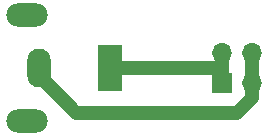
<source format=gbr>
%TF.GenerationSoftware,KiCad,Pcbnew,5.1.4-3.fc31*%
%TF.CreationDate,2019-11-21T18:34:14+01:00*%
%TF.ProjectId,barrel-jack-to-pcb,62617272-656c-42d6-9a61-636b2d746f2d,1.0*%
%TF.SameCoordinates,PX68c4118PY55fe290*%
%TF.FileFunction,Copper,L1,Top*%
%TF.FilePolarity,Positive*%
%FSLAX46Y46*%
G04 Gerber Fmt 4.6, Leading zero omitted, Abs format (unit mm)*
G04 Created by KiCad (PCBNEW 5.1.4-3.fc31) date 2019-11-21 18:34:14*
%MOMM*%
%LPD*%
G04 APERTURE LIST*
%TA.AperFunction,ComponentPad*%
%ADD10R,2.000000X4.000000*%
%TD*%
%TA.AperFunction,ComponentPad*%
%ADD11O,2.000000X3.300000*%
%TD*%
%TA.AperFunction,ComponentPad*%
%ADD12O,3.500000X2.000000*%
%TD*%
%TA.AperFunction,ComponentPad*%
%ADD13R,1.700000X1.700000*%
%TD*%
%TA.AperFunction,ComponentPad*%
%ADD14O,1.700000X1.700000*%
%TD*%
%TA.AperFunction,Conductor*%
%ADD15C,1.200000*%
%TD*%
G04 APERTURE END LIST*
D10*
%TO.P,J1,1*%
%TO.N,Net-(J1-Pad1)*%
X12700000Y6350000D03*
D11*
%TO.P,J1,2*%
%TO.N,Net-(J1-Pad2)*%
X6700000Y6350000D03*
D12*
%TO.P,J1,MP*%
%TO.N,N/C*%
X5700000Y10850000D03*
X5700000Y1850000D03*
%TD*%
D13*
%TO.P,J2,1*%
%TO.N,Net-(J1-Pad1)*%
X22225000Y5080000D03*
D14*
%TO.P,J2,3*%
%TO.N,Net-(J1-Pad2)*%
X24765000Y5080000D03*
%TO.P,J2,2*%
%TO.N,Net-(J1-Pad1)*%
X22225000Y7620000D03*
%TO.P,J2,4*%
%TO.N,Net-(J1-Pad2)*%
X24765000Y7620000D03*
%TD*%
D15*
%TO.N,Net-(J1-Pad1)*%
X12700000Y6350000D02*
X21034999Y6350000D01*
X21034999Y6350000D02*
X22225000Y6350000D01*
X22225000Y7620000D02*
X22225000Y6350000D01*
X22225000Y6350000D02*
X22225000Y5080000D01*
%TO.N,Net-(J1-Pad2)*%
X24765000Y5159999D02*
X24765000Y7699999D01*
X23495000Y2540000D02*
X24765000Y3810000D01*
X9860000Y2540000D02*
X23495000Y2540000D01*
X24765000Y3810000D02*
X24765000Y5080000D01*
X6700000Y6350000D02*
X6700000Y5700000D01*
X6700000Y5700000D02*
X9860000Y2540000D01*
%TD*%
M02*

</source>
